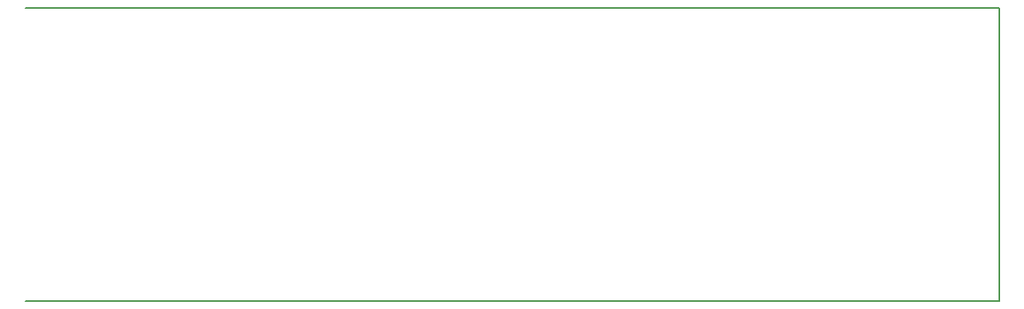
<source format=gbr>
G04 #@! TF.FileFunction,Profile,NP*
%FSLAX46Y46*%
G04 Gerber Fmt 4.6, Leading zero omitted, Abs format (unit mm)*
G04 Created by KiCad (PCBNEW 4.0.7-e2-6376~58~ubuntu14.04.1) date Sat Feb  3 00:25:04 2018*
%MOMM*%
%LPD*%
G01*
G04 APERTURE LIST*
%ADD10C,0.100000*%
%ADD11C,0.150000*%
G04 APERTURE END LIST*
D10*
D11*
X171450000Y-108585000D02*
X67945000Y-108585000D01*
X171450000Y-77470000D02*
X171450000Y-108585000D01*
X171450000Y-77470000D02*
X67945000Y-77470000D01*
M02*

</source>
